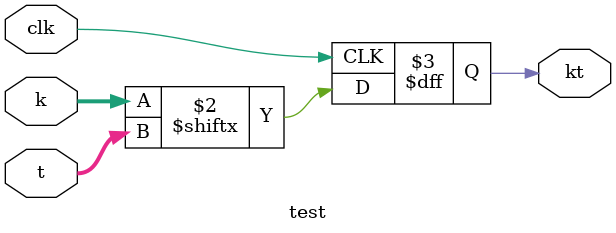
<source format=v>

module test
    (
     clk,
     k,
     t,
     kt
     );

////////////////////////////////////////////////////////////////////////////////
// Port declarations
input clk;
input [255:0] k;
input [7:0]   t;
output        kt;
////////////////////////////////////////////////////////////////////////////////
// Output declarations

////////////////////////////////////////////////////////////////////////////////
// Parameter declarations

////////////////////////////////////////////////////////////////////////////////
// Local logic and instantiation
reg           kt;

always@(posedge clk)
    begin
    kt <= k[t];
    end

endmodule 

</source>
